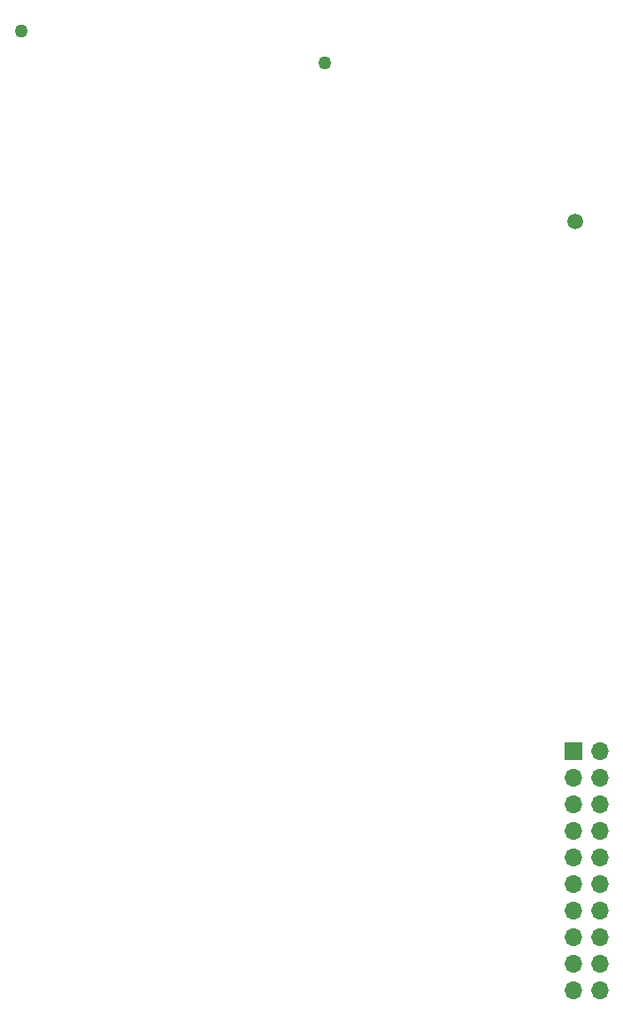
<source format=gbr>
%TF.GenerationSoftware,KiCad,Pcbnew,8.0.3*%
%TF.CreationDate,2024-07-13T21:55:38+05:30*%
%TF.ProjectId,Interpose_1,496e7465-7270-46f7-9365-5f312e6b6963,rev?*%
%TF.SameCoordinates,Original*%
%TF.FileFunction,Soldermask,Bot*%
%TF.FilePolarity,Negative*%
%FSLAX46Y46*%
G04 Gerber Fmt 4.6, Leading zero omitted, Abs format (unit mm)*
G04 Created by KiCad (PCBNEW 8.0.3) date 2024-07-13 21:55:38*
%MOMM*%
%LPD*%
G01*
G04 APERTURE LIST*
%ADD10R,1.700000X1.700000*%
%ADD11O,1.700000X1.700000*%
%ADD12C,1.500000*%
%ADD13C,1.270000*%
G04 APERTURE END LIST*
D10*
%TO.C,J3*%
X146252000Y-103420000D03*
D11*
X148792000Y-103420000D03*
X146252000Y-105960000D03*
X148792000Y-105960000D03*
X146252000Y-108500000D03*
X148792000Y-108500000D03*
X146252000Y-111040000D03*
X148792000Y-111040000D03*
X146252000Y-113580000D03*
X148792000Y-113580000D03*
X146252000Y-116120000D03*
X148792000Y-116120000D03*
X146252000Y-118660000D03*
X148792000Y-118660000D03*
X146252000Y-121200000D03*
X148792000Y-121200000D03*
X146252000Y-123740000D03*
X148792000Y-123740000D03*
X146252000Y-126280000D03*
X148792000Y-126280000D03*
%TD*%
D12*
%TO.C,TP1*%
X146452000Y-52720000D03*
%TD*%
D13*
%TO.C,J1*%
X122437000Y-37585000D03*
X93457000Y-34535000D03*
%TD*%
M02*

</source>
